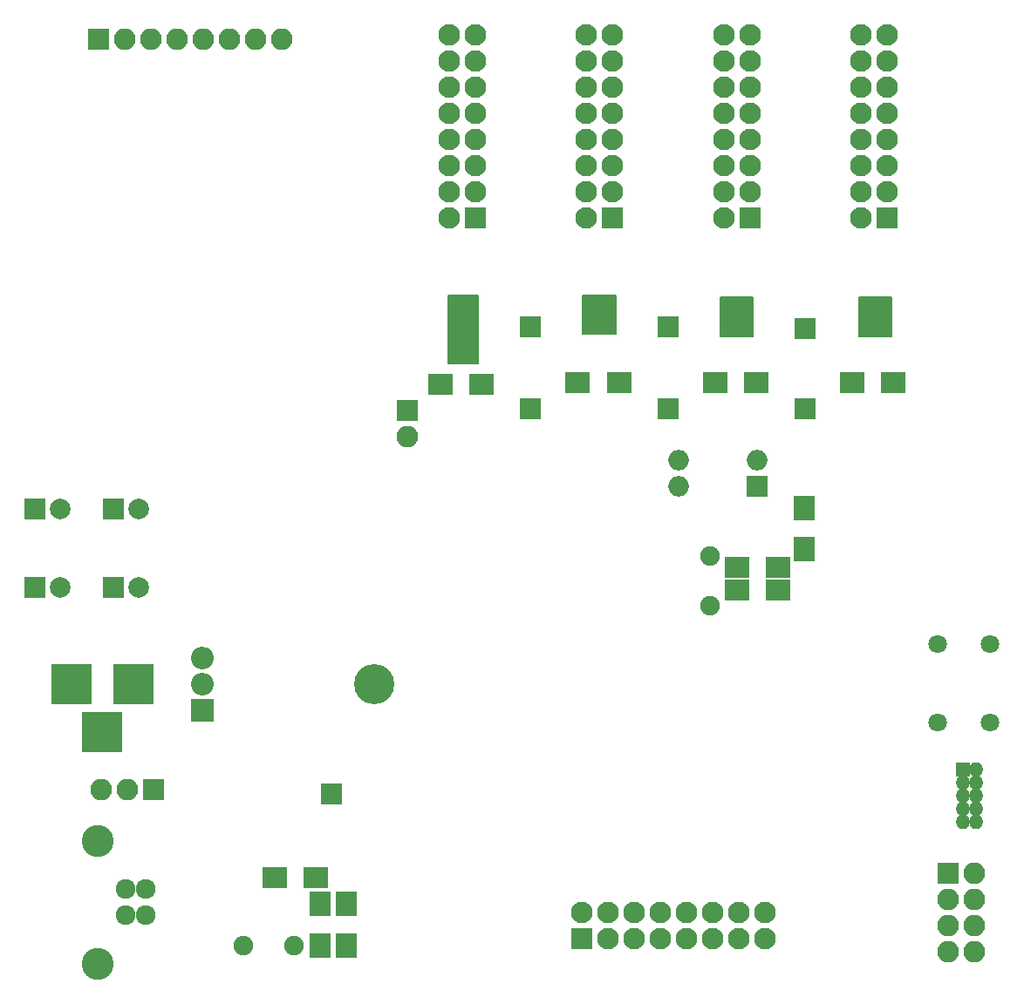
<source format=gbr>
G04 #@! TF.GenerationSoftware,KiCad,Pcbnew,(5.0.0)*
G04 #@! TF.CreationDate,2018-07-30T01:13:16-07:00*
G04 #@! TF.ProjectId,LPC1114_LED_Cube,4C5043313131345F4C45445F43756265,rev?*
G04 #@! TF.SameCoordinates,Original*
G04 #@! TF.FileFunction,Soldermask,Bot*
G04 #@! TF.FilePolarity,Negative*
%FSLAX46Y46*%
G04 Gerber Fmt 4.6, Leading zero omitted, Abs format (unit mm)*
G04 Created by KiCad (PCBNEW (5.0.0)) date 07/30/18 01:13:16*
%MOMM*%
%LPD*%
G01*
G04 APERTURE LIST*
%ADD10C,0.150000*%
%ADD11O,2.100000X2.100000*%
%ADD12R,2.100000X2.100000*%
%ADD13C,2.100000*%
%ADD14R,2.000000X2.000000*%
%ADD15C,2.000000*%
%ADD16R,2.400000X2.000000*%
%ADD17R,2.000000X2.400000*%
%ADD18O,3.900000X3.900000*%
%ADD19R,2.200000X2.200000*%
%ADD20O,2.200000X2.200000*%
%ADD21R,3.900000X3.900000*%
%ADD22R,1.400000X1.400000*%
%ADD23O,1.400000X1.400000*%
%ADD24C,1.920000*%
%ADD25C,3.100000*%
%ADD26C,1.900000*%
%ADD27C,1.797000*%
%ADD28O,2.000000X2.000000*%
G04 APERTURE END LIST*
D10*
G36*
X128016000Y-83820000D02*
X128016000Y-77216000D01*
X130937000Y-77216000D01*
X130937000Y-83820000D01*
X128016000Y-83820000D01*
G37*
X128016000Y-83820000D02*
X128016000Y-77216000D01*
X130937000Y-77216000D01*
X130937000Y-83820000D01*
X128016000Y-83820000D01*
G36*
X141097000Y-80899000D02*
X141097000Y-77216000D01*
X144272000Y-77216000D01*
X144272000Y-80899000D01*
X141097000Y-80899000D01*
G37*
X141097000Y-80899000D02*
X141097000Y-77216000D01*
X144272000Y-77216000D01*
X144272000Y-80899000D01*
X141097000Y-80899000D01*
G36*
X154432000Y-81153000D02*
X154432000Y-77343000D01*
X157607000Y-77343000D01*
X157607000Y-81153000D01*
X154432000Y-81153000D01*
G37*
X154432000Y-81153000D02*
X154432000Y-77343000D01*
X157607000Y-77343000D01*
X157607000Y-81153000D01*
X154432000Y-81153000D01*
G36*
X167894000Y-81153000D02*
X167894000Y-77343000D01*
X171069000Y-77343000D01*
X171069000Y-81153000D01*
X167894000Y-81153000D01*
G37*
X167894000Y-81153000D02*
X167894000Y-77343000D01*
X171069000Y-77343000D01*
X171069000Y-81153000D01*
X167894000Y-81153000D01*
D11*
G04 #@! TO.C,XERR_CH3_BRIDGE0*
X124079000Y-90932000D03*
D12*
X124079000Y-88392000D03*
G04 #@! TD*
G04 #@! TO.C,XERR_CH0_BRIDGE0*
X162687000Y-80391000D03*
G04 #@! TD*
G04 #@! TO.C,XERR_CH2_BRIDGE1*
X136017000Y-88178999D03*
G04 #@! TD*
G04 #@! TO.C,XERR_CH0_BRIDGE1*
X162687000Y-88178999D03*
G04 #@! TD*
G04 #@! TO.C,XERR_CH1_BRIDGE0*
X149352000Y-80264000D03*
G04 #@! TD*
G04 #@! TO.C,XERR_CH2_BRIDGE0*
X136017000Y-80264000D03*
G04 #@! TD*
G04 #@! TO.C,XERR_CH1_BRIDGE1*
X149352000Y-88178999D03*
G04 #@! TD*
G04 #@! TO.C,AUX_I/O_0*
X140970000Y-139700000D03*
D13*
X140970000Y-137160000D03*
X143510000Y-139700000D03*
X143510000Y-137160000D03*
X146050000Y-139700000D03*
X146050000Y-137160000D03*
X148590000Y-139700000D03*
X148590000Y-137160000D03*
X151130000Y-139700000D03*
X151130000Y-137160000D03*
X153670000Y-139700000D03*
X153670000Y-137160000D03*
X156210000Y-139700000D03*
X156210000Y-137160000D03*
X158750000Y-139700000D03*
X158750000Y-137160000D03*
G04 #@! TD*
D14*
G04 #@! TO.C,C101*
X87884000Y-97917000D03*
D15*
X90384000Y-97917000D03*
G04 #@! TD*
D16*
G04 #@! TO.C,C102*
X111157000Y-133731000D03*
X115157000Y-133731000D03*
G04 #@! TD*
D17*
G04 #@! TO.C,C103*
X115570000Y-140335000D03*
X115570000Y-136335000D03*
G04 #@! TD*
G04 #@! TO.C,C104*
X162560000Y-97881787D03*
X162560000Y-101881787D03*
G04 #@! TD*
G04 #@! TO.C,C105*
X118110000Y-140335000D03*
X118110000Y-136335000D03*
G04 #@! TD*
D16*
G04 #@! TO.C,C106*
X156076464Y-105818787D03*
X160076464Y-105818787D03*
G04 #@! TD*
G04 #@! TO.C,C107*
X156076464Y-103659787D03*
X160076464Y-103659787D03*
G04 #@! TD*
G04 #@! TO.C,C108*
X167233277Y-85682081D03*
X171233277Y-85682081D03*
G04 #@! TD*
G04 #@! TO.C,C109*
X153962277Y-85682081D03*
X157962277Y-85682081D03*
G04 #@! TD*
D14*
G04 #@! TO.C,C110*
X95504000Y-105537000D03*
D15*
X98004000Y-105537000D03*
G04 #@! TD*
D14*
G04 #@! TO.C,C111*
X95504000Y-97917000D03*
D15*
X98004000Y-97917000D03*
G04 #@! TD*
D16*
G04 #@! TO.C,C112*
X127260277Y-85809081D03*
X131260277Y-85809081D03*
G04 #@! TD*
G04 #@! TO.C,C113*
X140595277Y-85682081D03*
X144595277Y-85682081D03*
G04 #@! TD*
D14*
G04 #@! TO.C,C114*
X87884000Y-105537000D03*
D15*
X90384000Y-105537000D03*
G04 #@! TD*
D12*
G04 #@! TO.C,CH340_CKO_0*
X116713000Y-125603000D03*
G04 #@! TD*
G04 #@! TO.C,LAYER_VOUT0*
X94056200Y-52344320D03*
D11*
X96596200Y-52344320D03*
X99136200Y-52344320D03*
X101676200Y-52344320D03*
X104216200Y-52344320D03*
X106756200Y-52344320D03*
X109296200Y-52344320D03*
X111836200Y-52344320D03*
G04 #@! TD*
D18*
G04 #@! TO.C,LD33V_0*
X120800000Y-114935000D03*
D19*
X104140000Y-117475000D03*
D20*
X104140000Y-114935000D03*
X104140000Y-112395000D03*
G04 #@! TD*
D12*
G04 #@! TO.C,LED_CH0*
X170662277Y-69680081D03*
D13*
X168122277Y-69680081D03*
X170662277Y-67140081D03*
X168122277Y-67140081D03*
X170662277Y-64600081D03*
X168122277Y-64600081D03*
X170662277Y-62060081D03*
X168122277Y-62060081D03*
X170662277Y-59520081D03*
X168122277Y-59520081D03*
X170662277Y-56980081D03*
X168122277Y-56980081D03*
X170662277Y-54440081D03*
X168122277Y-54440081D03*
X170662277Y-51900081D03*
X168122277Y-51900081D03*
G04 #@! TD*
D12*
G04 #@! TO.C,LED_CH1*
X157327277Y-69680081D03*
D13*
X154787277Y-69680081D03*
X157327277Y-67140081D03*
X154787277Y-67140081D03*
X157327277Y-64600081D03*
X154787277Y-64600081D03*
X157327277Y-62060081D03*
X154787277Y-62060081D03*
X157327277Y-59520081D03*
X154787277Y-59520081D03*
X157327277Y-56980081D03*
X154787277Y-56980081D03*
X157327277Y-54440081D03*
X154787277Y-54440081D03*
X157327277Y-51900081D03*
X154787277Y-51900081D03*
G04 #@! TD*
D12*
G04 #@! TO.C,LED_CH2*
X143992277Y-69680081D03*
D13*
X141452277Y-69680081D03*
X143992277Y-67140081D03*
X141452277Y-67140081D03*
X143992277Y-64600081D03*
X141452277Y-64600081D03*
X143992277Y-62060081D03*
X141452277Y-62060081D03*
X143992277Y-59520081D03*
X141452277Y-59520081D03*
X143992277Y-56980081D03*
X141452277Y-56980081D03*
X143992277Y-54440081D03*
X141452277Y-54440081D03*
X143992277Y-51900081D03*
X141452277Y-51900081D03*
G04 #@! TD*
D12*
G04 #@! TO.C,LED_CH3*
X130657277Y-69680081D03*
D13*
X128117277Y-69680081D03*
X130657277Y-67140081D03*
X128117277Y-67140081D03*
X130657277Y-64600081D03*
X128117277Y-64600081D03*
X130657277Y-62060081D03*
X128117277Y-62060081D03*
X130657277Y-59520081D03*
X128117277Y-59520081D03*
X130657277Y-56980081D03*
X128117277Y-56980081D03*
X130657277Y-54440081D03*
X128117277Y-54440081D03*
X130657277Y-51900081D03*
X128117277Y-51900081D03*
G04 #@! TD*
D21*
G04 #@! TO.C,PWR_JACK0*
X97440000Y-114935000D03*
X91440000Y-114935000D03*
X94440000Y-119635000D03*
G04 #@! TD*
D12*
G04 #@! TO.C,PWR_SEL1*
X99425760Y-125254640D03*
D11*
X96885760Y-125254640D03*
X94345760Y-125254640D03*
G04 #@! TD*
D22*
G04 #@! TO.C,SWDEBUG0*
X177972720Y-123281440D03*
D23*
X179242720Y-123281440D03*
X177972720Y-124551440D03*
X179242720Y-124551440D03*
X177972720Y-125821440D03*
X179242720Y-125821440D03*
X177972720Y-127091440D03*
X179242720Y-127091440D03*
X177972720Y-128361440D03*
X179242720Y-128361440D03*
G04 #@! TD*
D24*
G04 #@! TO.C,USB_CONN_0*
X98680000Y-134905000D03*
X98680000Y-137445000D03*
X96680000Y-137445000D03*
X96680000Y-134905000D03*
D25*
X93980000Y-130175000D03*
X93980000Y-142175000D03*
G04 #@! TD*
D12*
G04 #@! TO.C,Wireless/SPI_1*
X176530000Y-133350000D03*
D11*
X179070000Y-133350000D03*
X176530000Y-135890000D03*
X179070000Y-135890000D03*
X176530000Y-138430000D03*
X179070000Y-138430000D03*
X176530000Y-140970000D03*
X179070000Y-140970000D03*
G04 #@! TD*
D26*
G04 #@! TO.C,Y101*
X108150000Y-140335000D03*
X113030000Y-140335000D03*
G04 #@! TD*
G04 #@! TO.C,Y102*
X153472464Y-107396787D03*
X153472464Y-102516787D03*
G04 #@! TD*
D27*
G04 #@! TO.C,RESET0*
X175549560Y-111094520D03*
X180629560Y-111094520D03*
X175549560Y-118714520D03*
X180629560Y-118714520D03*
G04 #@! TD*
D14*
G04 #@! TO.C,MODE_SELECT_0*
X158044464Y-95785787D03*
D28*
X150424464Y-93245787D03*
X158044464Y-93245787D03*
X150424464Y-95785787D03*
G04 #@! TD*
M02*

</source>
